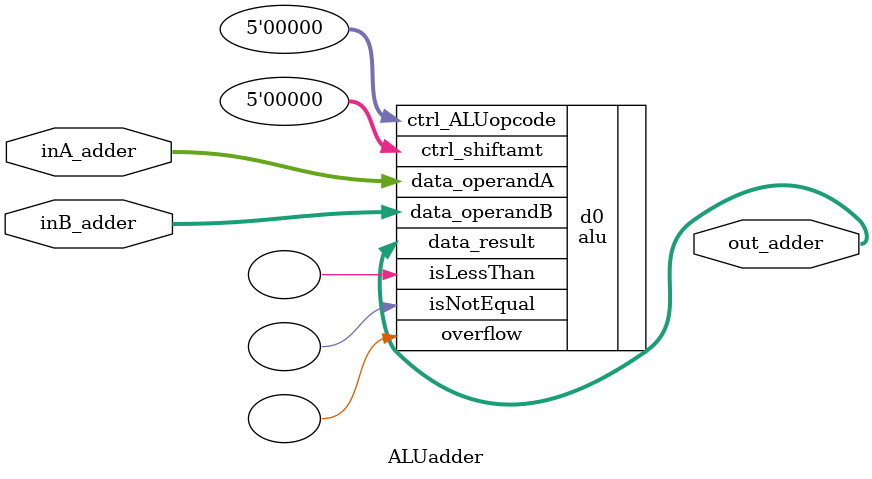
<source format=v>
module ALUadder(inA_adder, inB_adder, out_adder);
  input [31:0] inA_adder, inB_adder;
  output [31:0] out_adder;
  
  alu d0(.data_operandA(inA_adder), .data_operandB(inB_adder), .ctrl_ALUopcode(5'b0), .ctrl_shiftamt(5'b0), .data_result(out_adder), .isNotEqual(), .isLessThan(), .overflow());
endmodule

</source>
